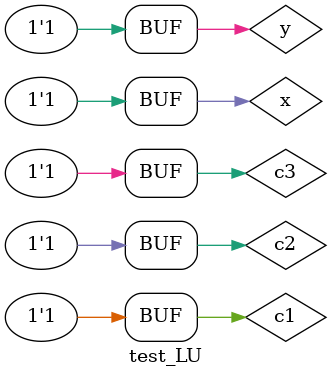
<source format=v>

module LU (output sNOT, output sON, output sAN, output sXX, 
			  input a, input b, input c1, input c2, input c3);
			  
	wire notC1,notC2,notC3,notA,notB,orAB,norAB,andAB,nandAB,
		  xorAB,xnorAB,and1,and2,and3,and4,and5,and6,and7,and8;
	
	not NOT1   (notC1, c1);
	not NOT2   (notC2, c2);
	not NOT3   (notC3, c3);
	not NOT4   (notA, a);
	not NOT5   (notB, b);
	or  OR1    (orAB, a, b);
	nor NOR1   (norAB, a, b);
	and AND1   (andAB, a, b);
	nand NAND1 (nandAB, a, b);
	xor XOR1   (xorAB, a, b);
	xnor XNOR1 (xnorAB, a, b);
	and AND2   (and1, notA, notC1, notC2, notC3);
	and AND3   (and2, notB, notC1, notC2, c3);
	and AND4   (and3, orAB, notC1, c2, notC3);
	and AND5   (and4, norAB, notC1, c2, c3);
	and AND6   (and5, andAB, c1, notC2, notC3);
	and AND7   (and6, nandAB, c1, notC2, c3);
	and AND8   (and7, xorAB, c1, c2, notC3);
	and AND9   (and8, xnorAB, c1, c2, c3);
	or OR2     (sNOT, and1, and2);
	or OR3     (sON, and3, and4);
	or OR4     (sAN, and5, and6);
	or OR5     (sXX, and7, and8);
endmodule 

module test_LU;
// -------- definir dados
   reg x;
	reg y;
	reg c1;
	reg c2;
	reg c3;
	wire m;
	wire n;
	wire o;
	wire p;
	
	LU modulo (m, n, o, p, x, y, c1, c2, c3);
	
	initial begin: start
		x = 0; 
		y = 0;
		c1= 0;
		c2= 0;
		c3= 0;
	end
	
// -------- parte principal
   initial begin
      $display("Exemplo0035 - Mateus Lara Carvalho - 441700");
      $display("Test LU's module");
		$display ("--- CHAVE = 000 ---");
      $monitor("a = %b sNOTA = %b",x,m);  
		#1 
		x = 1; c1 = 0; c2 = 0; c3 = 0; 
		#1
		$display ("--- CHAVE = 001 ---");
		$monitor("b = %b sNOTB = %b",y,m);
		y = 0; c1 = 0; c2 = 0; c3 = 1;
		#1
		y = 1; c1 = 0; c2 = 0; c3 = 1;
		#1
		$display ("--- CHAVE = 010 ---");
		$monitor("a = %b b = %b sOR = %b",x,y,n);
		x = 0; y = 0; c1 = 0; c2 = 1; c3 = 0;
		#1
		x = 0; y = 1; c1 = 0; c2 = 1; c3 = 0;
		#1 
		x = 1; y = 0; c1 = 0; c2 = 1; c3 = 0;
		#1 
		x = 1; y = 1; c1 = 0; c2 = 1; c3 = 0;
		#1
		$display ("--- CHAVE = 011 ---");
		$monitor("a = %b b = %b sNOR = %b",x,y,n);
		x = 0; y = 0; c1 = 0; c2 = 1; c3 = 1;
		#1
		x = 0; y = 1; c1 = 0; c2 = 1; c3 = 1;
		#1 
		x = 1; y = 0; c1 = 0; c2 = 1; c3 = 1;
		#1 
		x = 1; y = 1; c1 = 0; c2 = 1; c3 = 1;		
		#1
		$display ("--- CHAVE = 100 ---");
		$monitor("a = %b b = %b sAND = %b",x,y,o);
		x = 0; y = 0; c1 = 1; c2 = 0; c3 = 0;
		#1
		x = 0; y = 1; c1 = 1; c2 = 0; c3 = 0;
		#1 
		x = 1; y = 0; c1 = 1; c2 = 0; c3 = 0;
		#1 
		x = 1; y = 1; c1 = 1; c2 = 0; c3 = 0;		
		#1
		$display ("--- CHAVE = 101 ---");
		$monitor("a = %b b = %b sNAND = %b",x,y,o);
		x = 0; y = 0; c1 = 1; c2 = 0; c3 = 1;
		#1
		x = 0; y = 1; c1 = 1; c2 = 0; c3 = 1;
		#1 
		x = 1; y = 0; c1 = 1; c2 = 0; c3 = 1;
		#1 
		x = 1; y = 1; c1 = 1; c2 = 0; c3 = 1;		
		#1
		$display ("--- CHAVE = 110 ---");
		$monitor("a = %b b = %b sXOR = %b",x,y,p);
		x = 0; y = 0; c1 = 1; c2 = 1; c3 = 0;
		#1
		x = 0; y = 1; c1 = 1; c2 = 1; c3 = 0;
		#1 
		x = 1; y = 0; c1 = 1; c2 = 1; c3 = 0;
		#1 
		x = 1; y = 1; c1 = 1; c2 = 1; c3 = 0;
		#1
		$display ("--- CHAVE = 111 ---");
		$monitor("a = %b b = %b sXNOR = %b",x,y,p);
		x = 0; y = 0; c1 = 1; c2 = 1; c3 = 1;
		#1
		x = 0; y = 1; c1 = 1; c2 = 1; c3 = 1;
		#1 
		x = 1; y = 0; c1 = 1; c2 = 1; c3 = 1;
		#1 
		x = 1; y = 1; c1 = 1; c2 = 1; c3 = 1;						
   end
endmodule // test_LU
</source>
